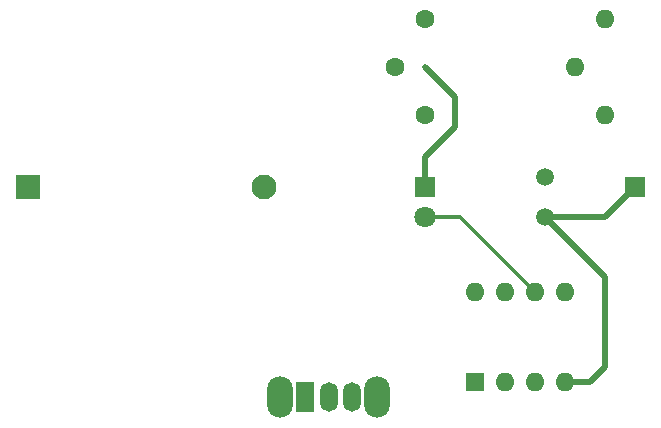
<source format=gbr>
%TF.GenerationSoftware,KiCad,Pcbnew,7.0.9*%
%TF.CreationDate,2025-05-13T13:00:26+05:30*%
%TF.ProjectId,Kicad Tutorial,4b696361-6420-4547-9574-6f7269616c2e,1*%
%TF.SameCoordinates,Original*%
%TF.FileFunction,Copper,L2,Bot*%
%TF.FilePolarity,Positive*%
%FSLAX46Y46*%
G04 Gerber Fmt 4.6, Leading zero omitted, Abs format (unit mm)*
G04 Created by KiCad (PCBNEW 7.0.9) date 2025-05-13 13:00:26*
%MOMM*%
%LPD*%
G01*
G04 APERTURE LIST*
%TA.AperFunction,ComponentPad*%
%ADD10C,1.600000*%
%TD*%
%TA.AperFunction,ComponentPad*%
%ADD11O,1.600000X1.600000*%
%TD*%
%TA.AperFunction,ComponentPad*%
%ADD12R,1.700000X1.700000*%
%TD*%
%TA.AperFunction,ComponentPad*%
%ADD13R,2.100000X2.100000*%
%TD*%
%TA.AperFunction,ComponentPad*%
%ADD14C,2.100000*%
%TD*%
%TA.AperFunction,ComponentPad*%
%ADD15O,2.200000X3.500000*%
%TD*%
%TA.AperFunction,ComponentPad*%
%ADD16R,1.500000X2.500000*%
%TD*%
%TA.AperFunction,ComponentPad*%
%ADD17O,1.500000X2.500000*%
%TD*%
%TA.AperFunction,ComponentPad*%
%ADD18R,1.800000X1.800000*%
%TD*%
%TA.AperFunction,ComponentPad*%
%ADD19C,1.800000*%
%TD*%
%TA.AperFunction,ComponentPad*%
%ADD20C,1.500000*%
%TD*%
%TA.AperFunction,ComponentPad*%
%ADD21R,1.600000X1.600000*%
%TD*%
%TA.AperFunction,Conductor*%
%ADD22C,0.500000*%
%TD*%
%TA.AperFunction,Conductor*%
%ADD23C,0.300000*%
%TD*%
G04 APERTURE END LIST*
D10*
%TO.P,R2,1*%
%TO.N,/L_TO_R*%
X157480000Y-91440000D03*
D11*
%TO.P,R2,2*%
%TO.N,GND*%
X172720000Y-91440000D03*
%TD*%
D10*
%TO.P,R3,1*%
%TO.N,+3.3V*%
X160020000Y-95490000D03*
D11*
%TO.P,R3,2*%
%TO.N,/MIC*%
X175260000Y-95490000D03*
%TD*%
D12*
%TO.P,MK1,1,-*%
%TO.N,GND*%
X177800000Y-101600000D03*
%TD*%
D10*
%TO.P,R1,1*%
%TO.N,+3.3V*%
X160020000Y-87390000D03*
D11*
%TO.P,R1,2*%
%TO.N,/LDR*%
X175260000Y-87390000D03*
%TD*%
D13*
%TO.P,BT1,1,+*%
%TO.N,+3.3V*%
X126410914Y-101600000D03*
D14*
%TO.P,BT1,2,-*%
%TO.N,Net-(BT1--)*%
X146410914Y-101600000D03*
%TD*%
D15*
%TO.P,SW1,*%
%TO.N,*%
X147760000Y-119380000D03*
X155960000Y-119380000D03*
D16*
%TO.P,SW1,1,A*%
%TO.N,unconnected-(SW1-A-Pad1)*%
X149860000Y-119380000D03*
D17*
%TO.P,SW1,2,B*%
%TO.N,GND*%
X151860000Y-119380000D03*
%TO.P,SW1,3,C*%
%TO.N,Net-(BT1--)*%
X153860000Y-119380000D03*
%TD*%
D18*
%TO.P,D1,1,K*%
%TO.N,/L_TO_R*%
X160020000Y-101600000D03*
D19*
%TO.P,D1,2,A*%
%TO.N,/LED*%
X160020000Y-104140000D03*
%TD*%
D20*
%TO.P,R4,2*%
%TO.N,GND*%
X170180000Y-104140000D03*
%TO.P,R4,1*%
%TO.N,/LDR*%
X170180000Y-100740000D03*
%TD*%
D21*
%TO.P,U1,1,~{RESET}/PB5*%
%TO.N,unconnected-(U1-~{RESET}{slash}PB5-Pad1)*%
X164220914Y-118100000D03*
D11*
%TO.P,U1,2,XTAL1/PB3*%
%TO.N,/MIC*%
X166760914Y-118100000D03*
%TO.P,U1,3,XTAL2/PB4*%
%TO.N,unconnected-(U1-XTAL2{slash}PB4-Pad3)*%
X169300914Y-118100000D03*
%TO.P,U1,4,GND*%
%TO.N,GND*%
X171840914Y-118100000D03*
%TO.P,U1,5,AREF/PB0*%
%TO.N,unconnected-(U1-AREF{slash}PB0-Pad5)*%
X171840914Y-110480000D03*
%TO.P,U1,6,PB1*%
%TO.N,/LED*%
X169300914Y-110480000D03*
%TO.P,U1,7,PB2*%
%TO.N,/LDR*%
X166760914Y-110480000D03*
%TO.P,U1,8,VCC*%
%TO.N,+3.3V*%
X164220914Y-110480000D03*
%TD*%
D22*
%TO.N,/L_TO_R*%
X162560000Y-93980000D02*
X162560000Y-96520000D01*
X160020000Y-99060000D02*
X160020000Y-101600000D01*
X162560000Y-96520000D02*
X160020000Y-99060000D01*
X160020000Y-91440000D02*
X162560000Y-93980000D01*
D23*
%TO.N,/LED*%
X160020000Y-104140000D02*
X162960914Y-104140000D01*
X162960914Y-104140000D02*
X169300914Y-110480000D01*
D22*
%TO.N,GND*%
X170180000Y-104140000D02*
X175260000Y-109220000D01*
X175260000Y-109220000D02*
X175260000Y-116840000D01*
X175260000Y-104140000D02*
X177800000Y-101600000D01*
X175260000Y-116840000D02*
X174000000Y-118100000D01*
X170180000Y-104140000D02*
X175260000Y-104140000D01*
X174000000Y-118100000D02*
X171840914Y-118100000D01*
%TD*%
M02*

</source>
